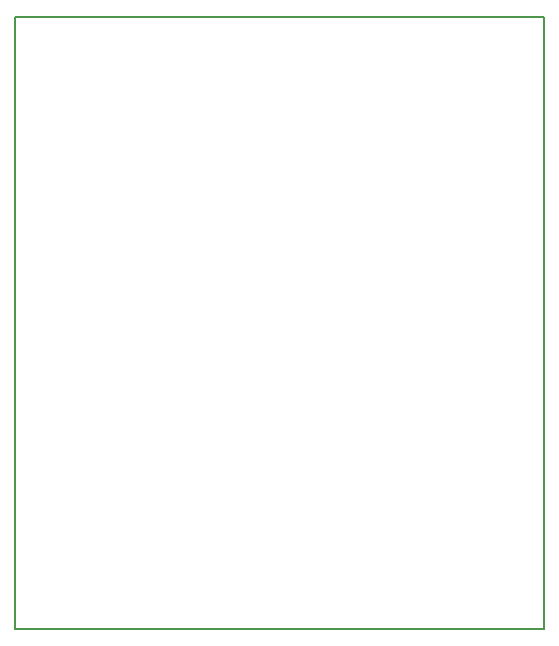
<source format=gm1>
G04 MADE WITH FRITZING*
G04 WWW.FRITZING.ORG*
G04 DOUBLE SIDED*
G04 HOLES PLATED*
G04 CONTOUR ON CENTER OF CONTOUR VECTOR*
%ASAXBY*%
%FSLAX23Y23*%
%MOIN*%
%OFA0B0*%
%SFA1.0B1.0*%
%ADD10R,1.774390X2.050910*%
%ADD11C,0.008000*%
%ADD10C,0.008*%
%LNCONTOUR*%
G90*
G70*
G54D10*
G54D11*
X4Y2047D02*
X1770Y2047D01*
X1770Y4D01*
X4Y4D01*
X4Y2047D01*
D02*
G04 End of contour*
M02*
</source>
